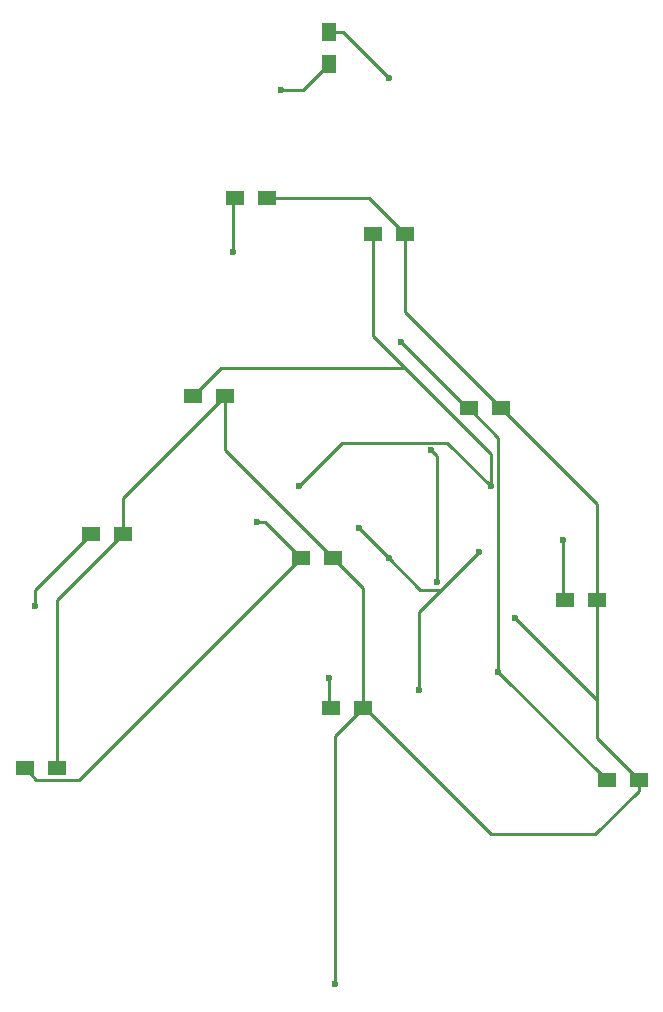
<source format=gbr>
%TF.GenerationSoftware,KiCad,Pcbnew,5.1.8-db9833491~88~ubuntu18.04.1*%
%TF.CreationDate,2020-11-25T20:35:17-08:00*%
%TF.ProjectId,xmas_ornament_2020,786d6173-5f6f-4726-9e61-6d656e745f32,rev?*%
%TF.SameCoordinates,Original*%
%TF.FileFunction,Copper,L1,Top*%
%TF.FilePolarity,Positive*%
%FSLAX46Y46*%
G04 Gerber Fmt 4.6, Leading zero omitted, Abs format (unit mm)*
G04 Created by KiCad (PCBNEW 5.1.8-db9833491~88~ubuntu18.04.1) date 2020-11-25 20:35:17*
%MOMM*%
%LPD*%
G01*
G04 APERTURE LIST*
%TA.AperFunction,SMDPad,CuDef*%
%ADD10R,1.500000X1.300000*%
%TD*%
%TA.AperFunction,SMDPad,CuDef*%
%ADD11R,1.300000X1.500000*%
%TD*%
%TA.AperFunction,ViaPad*%
%ADD12C,0.600000*%
%TD*%
%TA.AperFunction,Conductor*%
%ADD13C,0.250000*%
%TD*%
G04 APERTURE END LIST*
D10*
%TO.P,D1,1*%
%TO.N,Net-(D1-Pad1)*%
X108886000Y-103632000D03*
%TO.P,D1,2*%
%TO.N,+3V3*%
X111586000Y-103632000D03*
%TD*%
%TO.P,D2,1*%
%TO.N,Net-(D1-Pad1)*%
X77390000Y-86360000D03*
%TO.P,D2,2*%
%TO.N,+3V3*%
X80090000Y-86360000D03*
%TD*%
%TO.P,D3,1*%
%TO.N,Net-(D1-Pad1)*%
X92630000Y-72644000D03*
%TO.P,D3,2*%
%TO.N,+3V3*%
X95330000Y-72644000D03*
%TD*%
%TO.P,D4,1*%
%TO.N,Net-(D1-Pad1)*%
X63166000Y-117856000D03*
%TO.P,D4,2*%
%TO.N,+3V3*%
X65866000Y-117856000D03*
%TD*%
%TO.P,D5,1*%
%TO.N,Net-(D1-Pad1)*%
X86534000Y-100076000D03*
%TO.P,D5,2*%
%TO.N,+3V3*%
X89234000Y-100076000D03*
%TD*%
%TO.P,D6,1*%
%TO.N,Net-(D10-Pad1)*%
X80946000Y-69596000D03*
%TO.P,D6,2*%
%TO.N,+3V3*%
X83646000Y-69596000D03*
%TD*%
%TO.P,D7,1*%
%TO.N,Net-(D10-Pad1)*%
X100758000Y-87376000D03*
%TO.P,D7,2*%
%TO.N,+3V3*%
X103458000Y-87376000D03*
%TD*%
%TO.P,D8,1*%
%TO.N,Net-(D10-Pad1)*%
X89074000Y-112776000D03*
%TO.P,D8,2*%
%TO.N,+3V3*%
X91774000Y-112776000D03*
%TD*%
%TO.P,D9,1*%
%TO.N,Net-(D10-Pad1)*%
X112442000Y-118872000D03*
%TO.P,D9,2*%
%TO.N,+3V3*%
X115142000Y-118872000D03*
%TD*%
%TO.P,D10,1*%
%TO.N,Net-(D10-Pad1)*%
X68754000Y-98044000D03*
%TO.P,D10,2*%
%TO.N,+3V3*%
X71454000Y-98044000D03*
%TD*%
D11*
%TO.P,D11,1*%
%TO.N,Net-(D11-Pad1)*%
X88900000Y-58246000D03*
%TO.P,D11,2*%
%TO.N,Net-(D11-Pad2)*%
X88900000Y-55546000D03*
%TD*%
D12*
%TO.N,GND*%
X101600000Y-99568000D03*
X93980000Y-100076000D03*
X91440000Y-97536000D03*
X96520000Y-111252000D03*
%TO.N,Net-(D1-Pad1)*%
X102616000Y-93980000D03*
X108712000Y-98552000D03*
X86360000Y-93980000D03*
X82804000Y-97028000D03*
%TO.N,+3V3*%
X89408000Y-136144000D03*
X104648000Y-105156000D03*
%TO.N,Net-(D10-Pad1)*%
X103241001Y-109671001D03*
X88900000Y-110236000D03*
X64008000Y-104140000D03*
X94996000Y-81788000D03*
X80772000Y-74168000D03*
%TO.N,Net-(D11-Pad1)*%
X84836000Y-60452000D03*
%TO.N,Net-(D11-Pad2)*%
X93980000Y-59436000D03*
%TO.N,Net-(U1-Pad2)*%
X98044000Y-102108000D03*
X97536000Y-90932000D03*
%TD*%
D13*
%TO.N,GND*%
X98434999Y-102733001D02*
X96637001Y-102733001D01*
X96637001Y-102733001D02*
X93980000Y-100076000D01*
X93472000Y-99568000D02*
X91440000Y-97536000D01*
X93980000Y-100076000D02*
X93472000Y-99568000D01*
X91440000Y-97536000D02*
X91440000Y-97536000D01*
X101600000Y-99568000D02*
X98552000Y-102616000D01*
X96520000Y-104648000D02*
X98552000Y-102616000D01*
X96520000Y-111252000D02*
X96520000Y-104648000D01*
X98552000Y-102616000D02*
X98434999Y-102733001D01*
%TO.N,Net-(D1-Pad1)*%
X102616000Y-91219002D02*
X102616000Y-93980000D01*
X92630000Y-72644000D02*
X92630000Y-81233002D01*
X79786499Y-83963501D02*
X95360499Y-83963501D01*
X77390000Y-86360000D02*
X79786499Y-83963501D01*
X92630000Y-81233002D02*
X95360499Y-83963501D01*
X95360499Y-83963501D02*
X102616000Y-91219002D01*
X108712000Y-103458000D02*
X108886000Y-103632000D01*
X108712000Y-98552000D02*
X108712000Y-103458000D01*
X67778999Y-118831001D02*
X86534000Y-100076000D01*
X64141001Y-118831001D02*
X67778999Y-118831001D01*
X63166000Y-117856000D02*
X64141001Y-118831001D01*
X98942999Y-90306999D02*
X90033001Y-90306999D01*
X102616000Y-93980000D02*
X98942999Y-90306999D01*
X90033001Y-90306999D02*
X86360000Y-93980000D01*
X86360000Y-93980000D02*
X86360000Y-93980000D01*
X83486000Y-97028000D02*
X86534000Y-100076000D01*
X82804000Y-97028000D02*
X83486000Y-97028000D01*
%TO.N,+3V3*%
X92282000Y-69596000D02*
X95330000Y-72644000D01*
X83646000Y-69596000D02*
X92282000Y-69596000D01*
X95330000Y-79248000D02*
X103458000Y-87376000D01*
X95330000Y-72644000D02*
X95330000Y-79248000D01*
X111586000Y-115316000D02*
X115142000Y-118872000D01*
X91774000Y-102616000D02*
X89234000Y-100076000D01*
X91774000Y-112776000D02*
X91774000Y-102616000D01*
X89408000Y-115142000D02*
X91774000Y-112776000D01*
X89408000Y-136144000D02*
X89408000Y-115142000D01*
X65866000Y-103632000D02*
X71454000Y-98044000D01*
X65866000Y-117856000D02*
X65866000Y-103632000D01*
X71454000Y-94996000D02*
X80090000Y-86360000D01*
X71454000Y-98044000D02*
X71454000Y-94996000D01*
X80090000Y-90932000D02*
X89234000Y-100076000D01*
X80090000Y-86360000D02*
X80090000Y-90932000D01*
X111586000Y-95504000D02*
X111586000Y-103632000D01*
X103458000Y-87376000D02*
X111586000Y-95504000D01*
X115142000Y-119772000D02*
X111470000Y-123444000D01*
X115142000Y-118872000D02*
X115142000Y-119772000D01*
X111470000Y-123444000D02*
X102616000Y-123444000D01*
X91948000Y-112776000D02*
X91774000Y-112776000D01*
X102616000Y-123444000D02*
X91948000Y-112776000D01*
X111586000Y-103632000D02*
X111586000Y-104822000D01*
X111586000Y-113966000D02*
X111586000Y-112094000D01*
X111586000Y-113966000D02*
X111586000Y-115316000D01*
X111586000Y-103632000D02*
X111586000Y-113966000D01*
X111586000Y-112094000D02*
X104648000Y-105156000D01*
X104648000Y-105156000D02*
X104648000Y-105156000D01*
%TO.N,Net-(D10-Pad1)*%
X103241001Y-109671001D02*
X103241001Y-109671001D01*
X100758000Y-87376000D02*
X103241001Y-89859001D01*
X103241001Y-89859001D02*
X103241001Y-109671001D01*
X103241001Y-109671001D02*
X112442000Y-118872000D01*
X88900000Y-112602000D02*
X89074000Y-112776000D01*
X88900000Y-110236000D02*
X88900000Y-112602000D01*
X64008000Y-102790000D02*
X68754000Y-98044000D01*
X64008000Y-104140000D02*
X64008000Y-102790000D01*
X100758000Y-87376000D02*
X100584000Y-87376000D01*
X100584000Y-87376000D02*
X94996000Y-81788000D01*
X94996000Y-81788000D02*
X94996000Y-81788000D01*
X80772000Y-69770000D02*
X80946000Y-69596000D01*
X80772000Y-74168000D02*
X80772000Y-69770000D01*
%TO.N,Net-(D11-Pad1)*%
X86694000Y-60452000D02*
X88900000Y-58246000D01*
X84836000Y-60452000D02*
X86694000Y-60452000D01*
%TO.N,Net-(D11-Pad2)*%
X88900000Y-55546000D02*
X90090000Y-55546000D01*
X90090000Y-55546000D02*
X93980000Y-59436000D01*
X93980000Y-59436000D02*
X93980000Y-59436000D01*
%TO.N,Net-(U1-Pad2)*%
X98044000Y-102108000D02*
X98044000Y-91440000D01*
X98044000Y-91440000D02*
X97536000Y-90932000D01*
X97536000Y-90932000D02*
X97536000Y-90932000D01*
%TD*%
M02*

</source>
